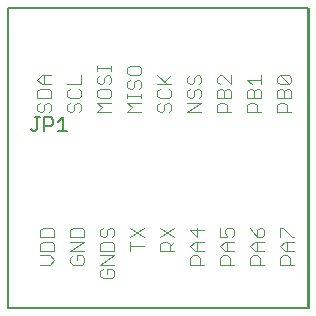
<source format=gto>
G75*
%MOIN*%
%OFA0B0*%
%FSLAX25Y25*%
%IPPOS*%
%LPD*%
%AMOC8*
5,1,8,0,0,1.08239X$1,22.5*
%
%ADD10C,0.00000*%
%ADD11C,0.00400*%
%ADD12C,0.00500*%
D10*
X0005829Y0005829D02*
X0005829Y0105790D01*
X0106030Y0105790D01*
X0106030Y0005829D01*
X0005829Y0005829D01*
D11*
X0016525Y0020217D02*
X0019595Y0020217D01*
X0021129Y0021752D01*
X0019595Y0023287D01*
X0016525Y0023287D01*
X0016525Y0024821D02*
X0016525Y0027123D01*
X0017293Y0027891D01*
X0020362Y0027891D01*
X0021129Y0027123D01*
X0021129Y0024821D01*
X0016525Y0024821D01*
X0016525Y0029425D02*
X0016525Y0031727D01*
X0017293Y0032494D01*
X0020362Y0032494D01*
X0021129Y0031727D01*
X0021129Y0029425D01*
X0016525Y0029425D01*
X0026525Y0029425D02*
X0026525Y0031727D01*
X0027293Y0032494D01*
X0030362Y0032494D01*
X0031129Y0031727D01*
X0031129Y0029425D01*
X0026525Y0029425D01*
X0026525Y0027891D02*
X0031129Y0027891D01*
X0026525Y0024821D01*
X0031129Y0024821D01*
X0030362Y0023287D02*
X0028827Y0023287D01*
X0028827Y0021752D01*
X0027293Y0023287D02*
X0026525Y0022519D01*
X0026525Y0020985D01*
X0027293Y0020217D01*
X0030362Y0020217D01*
X0031129Y0020985D01*
X0031129Y0022519D01*
X0030362Y0023287D01*
X0036525Y0023287D02*
X0041129Y0023287D01*
X0036525Y0020217D01*
X0041129Y0020217D01*
X0040362Y0018683D02*
X0038827Y0018683D01*
X0038827Y0017148D01*
X0040362Y0018683D02*
X0041129Y0017915D01*
X0041129Y0016381D01*
X0040362Y0015613D01*
X0037293Y0015613D01*
X0036525Y0016381D01*
X0036525Y0017915D01*
X0037293Y0018683D01*
X0036525Y0024821D02*
X0036525Y0027123D01*
X0037293Y0027891D01*
X0040362Y0027891D01*
X0041129Y0027123D01*
X0041129Y0024821D01*
X0036525Y0024821D01*
X0037293Y0029425D02*
X0038060Y0029425D01*
X0038827Y0030192D01*
X0038827Y0031727D01*
X0039595Y0032494D01*
X0040362Y0032494D01*
X0041129Y0031727D01*
X0041129Y0030192D01*
X0040362Y0029425D01*
X0037293Y0029425D02*
X0036525Y0030192D01*
X0036525Y0031727D01*
X0037293Y0032494D01*
X0046525Y0032494D02*
X0051129Y0029425D01*
X0051129Y0026356D02*
X0046525Y0026356D01*
X0046525Y0024821D02*
X0046525Y0027891D01*
X0046525Y0029425D02*
X0051129Y0032494D01*
X0056525Y0032494D02*
X0061129Y0029425D01*
X0061129Y0027891D02*
X0059595Y0026356D01*
X0059595Y0027123D02*
X0058827Y0027891D01*
X0057293Y0027891D01*
X0056525Y0027123D01*
X0056525Y0024821D01*
X0061129Y0024821D01*
X0059595Y0024821D02*
X0059595Y0027123D01*
X0056525Y0029425D02*
X0061129Y0032494D01*
X0066525Y0031727D02*
X0068827Y0029425D01*
X0068827Y0032494D01*
X0071129Y0031727D02*
X0066525Y0031727D01*
X0068060Y0027891D02*
X0071129Y0027891D01*
X0068827Y0027891D02*
X0068827Y0024821D01*
X0068060Y0024821D02*
X0066525Y0026356D01*
X0068060Y0027891D01*
X0068060Y0024821D02*
X0071129Y0024821D01*
X0069595Y0022519D02*
X0069595Y0020217D01*
X0071129Y0020217D02*
X0066525Y0020217D01*
X0066525Y0022519D01*
X0067293Y0023287D01*
X0068827Y0023287D01*
X0069595Y0022519D01*
X0076525Y0022519D02*
X0076525Y0020217D01*
X0081129Y0020217D01*
X0079595Y0020217D02*
X0079595Y0022519D01*
X0078827Y0023287D01*
X0077293Y0023287D01*
X0076525Y0022519D01*
X0078060Y0024821D02*
X0076525Y0026356D01*
X0078060Y0027891D01*
X0081129Y0027891D01*
X0080362Y0029425D02*
X0081129Y0030192D01*
X0081129Y0031727D01*
X0080362Y0032494D01*
X0078827Y0032494D01*
X0078060Y0031727D01*
X0078060Y0030960D01*
X0078827Y0029425D01*
X0076525Y0029425D01*
X0076525Y0032494D01*
X0078827Y0027891D02*
X0078827Y0024821D01*
X0078060Y0024821D02*
X0081129Y0024821D01*
X0086525Y0026356D02*
X0088060Y0027891D01*
X0091129Y0027891D01*
X0090362Y0029425D02*
X0091129Y0030192D01*
X0091129Y0031727D01*
X0090362Y0032494D01*
X0089595Y0032494D01*
X0088827Y0031727D01*
X0088827Y0029425D01*
X0090362Y0029425D01*
X0088827Y0029425D02*
X0087293Y0030960D01*
X0086525Y0032494D01*
X0088827Y0027891D02*
X0088827Y0024821D01*
X0088060Y0024821D02*
X0086525Y0026356D01*
X0088060Y0024821D02*
X0091129Y0024821D01*
X0089595Y0022519D02*
X0089595Y0020217D01*
X0091129Y0020217D02*
X0086525Y0020217D01*
X0086525Y0022519D01*
X0087293Y0023287D01*
X0088827Y0023287D01*
X0089595Y0022519D01*
X0096525Y0022519D02*
X0096525Y0020217D01*
X0101129Y0020217D01*
X0099595Y0020217D02*
X0099595Y0022519D01*
X0098827Y0023287D01*
X0097293Y0023287D01*
X0096525Y0022519D01*
X0098060Y0024821D02*
X0096525Y0026356D01*
X0098060Y0027891D01*
X0101129Y0027891D01*
X0101129Y0029425D02*
X0100362Y0029425D01*
X0097293Y0032494D01*
X0096525Y0032494D01*
X0096525Y0029425D01*
X0098827Y0027891D02*
X0098827Y0024821D01*
X0098060Y0024821D02*
X0101129Y0024821D01*
X0100129Y0071029D02*
X0095525Y0071029D01*
X0095525Y0073331D01*
X0096293Y0074098D01*
X0097827Y0074098D01*
X0098595Y0073331D01*
X0098595Y0071029D01*
X0097827Y0075633D02*
X0097827Y0077935D01*
X0098595Y0078702D01*
X0099362Y0078702D01*
X0100129Y0077935D01*
X0100129Y0075633D01*
X0095525Y0075633D01*
X0095525Y0077935D01*
X0096293Y0078702D01*
X0097060Y0078702D01*
X0097827Y0077935D01*
X0096293Y0080237D02*
X0095525Y0081004D01*
X0095525Y0082539D01*
X0096293Y0083306D01*
X0099362Y0080237D01*
X0100129Y0081004D01*
X0100129Y0082539D01*
X0099362Y0083306D01*
X0096293Y0083306D01*
X0096293Y0080237D02*
X0099362Y0080237D01*
X0090129Y0080237D02*
X0090129Y0083306D01*
X0090129Y0081772D02*
X0085525Y0081772D01*
X0087060Y0080237D01*
X0087060Y0078702D02*
X0086293Y0078702D01*
X0085525Y0077935D01*
X0085525Y0075633D01*
X0090129Y0075633D01*
X0090129Y0077935D01*
X0089362Y0078702D01*
X0088595Y0078702D01*
X0087827Y0077935D01*
X0087827Y0075633D01*
X0087827Y0074098D02*
X0088595Y0073331D01*
X0088595Y0071029D01*
X0090129Y0071029D02*
X0085525Y0071029D01*
X0085525Y0073331D01*
X0086293Y0074098D01*
X0087827Y0074098D01*
X0087827Y0077935D02*
X0087060Y0078702D01*
X0080129Y0077935D02*
X0080129Y0075633D01*
X0075525Y0075633D01*
X0075525Y0077935D01*
X0076293Y0078702D01*
X0077060Y0078702D01*
X0077827Y0077935D01*
X0077827Y0075633D01*
X0077827Y0074098D02*
X0076293Y0074098D01*
X0075525Y0073331D01*
X0075525Y0071029D01*
X0080129Y0071029D01*
X0078595Y0071029D02*
X0078595Y0073331D01*
X0077827Y0074098D01*
X0077827Y0077935D02*
X0078595Y0078702D01*
X0079362Y0078702D01*
X0080129Y0077935D01*
X0080129Y0080237D02*
X0077060Y0083306D01*
X0076293Y0083306D01*
X0075525Y0082539D01*
X0075525Y0081004D01*
X0076293Y0080237D01*
X0080129Y0080237D02*
X0080129Y0083306D01*
X0070129Y0082539D02*
X0070129Y0081004D01*
X0069362Y0080237D01*
X0069362Y0078702D02*
X0070129Y0077935D01*
X0070129Y0076400D01*
X0069362Y0075633D01*
X0070129Y0074098D02*
X0065525Y0074098D01*
X0066293Y0075633D02*
X0067060Y0075633D01*
X0067827Y0076400D01*
X0067827Y0077935D01*
X0068595Y0078702D01*
X0069362Y0078702D01*
X0067060Y0080237D02*
X0067827Y0081004D01*
X0067827Y0082539D01*
X0068595Y0083306D01*
X0069362Y0083306D01*
X0070129Y0082539D01*
X0067060Y0080237D02*
X0066293Y0080237D01*
X0065525Y0081004D01*
X0065525Y0082539D01*
X0066293Y0083306D01*
X0066293Y0078702D02*
X0065525Y0077935D01*
X0065525Y0076400D01*
X0066293Y0075633D01*
X0070129Y0074098D02*
X0065525Y0071029D01*
X0070129Y0071029D01*
X0060129Y0071796D02*
X0059362Y0071029D01*
X0060129Y0071796D02*
X0060129Y0073331D01*
X0059362Y0074098D01*
X0058595Y0074098D01*
X0057827Y0073331D01*
X0057827Y0071796D01*
X0057060Y0071029D01*
X0056293Y0071029D01*
X0055525Y0071796D01*
X0055525Y0073331D01*
X0056293Y0074098D01*
X0056293Y0075633D02*
X0059362Y0075633D01*
X0060129Y0076400D01*
X0060129Y0077935D01*
X0059362Y0078702D01*
X0060129Y0080237D02*
X0055525Y0080237D01*
X0056293Y0078702D02*
X0055525Y0077935D01*
X0055525Y0076400D01*
X0056293Y0075633D01*
X0058595Y0080237D02*
X0055525Y0083306D01*
X0057827Y0081004D02*
X0060129Y0083306D01*
X0050129Y0084074D02*
X0049362Y0083306D01*
X0046293Y0083306D01*
X0045525Y0084074D01*
X0045525Y0085608D01*
X0046293Y0086376D01*
X0049362Y0086376D01*
X0050129Y0085608D01*
X0050129Y0084074D01*
X0049362Y0081772D02*
X0048595Y0081772D01*
X0047827Y0081004D01*
X0047827Y0079470D01*
X0047060Y0078702D01*
X0046293Y0078702D01*
X0045525Y0079470D01*
X0045525Y0081004D01*
X0046293Y0081772D01*
X0049362Y0081772D02*
X0050129Y0081004D01*
X0050129Y0079470D01*
X0049362Y0078702D01*
X0050129Y0077168D02*
X0050129Y0075633D01*
X0050129Y0076400D02*
X0045525Y0076400D01*
X0045525Y0075633D02*
X0045525Y0077168D01*
X0045525Y0074098D02*
X0050129Y0074098D01*
X0050129Y0071029D02*
X0045525Y0071029D01*
X0047060Y0072564D01*
X0045525Y0074098D01*
X0040129Y0074098D02*
X0035525Y0074098D01*
X0037060Y0072564D01*
X0035525Y0071029D01*
X0040129Y0071029D01*
X0039362Y0075633D02*
X0036293Y0075633D01*
X0035525Y0076400D01*
X0035525Y0077935D01*
X0036293Y0078702D01*
X0039362Y0078702D01*
X0040129Y0077935D01*
X0040129Y0076400D01*
X0039362Y0075633D01*
X0039362Y0080237D02*
X0040129Y0081004D01*
X0040129Y0082539D01*
X0039362Y0083306D01*
X0038595Y0083306D01*
X0037827Y0082539D01*
X0037827Y0081004D01*
X0037060Y0080237D01*
X0036293Y0080237D01*
X0035525Y0081004D01*
X0035525Y0082539D01*
X0036293Y0083306D01*
X0035525Y0084841D02*
X0035525Y0086376D01*
X0035525Y0085608D02*
X0040129Y0085608D01*
X0040129Y0084841D02*
X0040129Y0086376D01*
X0030129Y0083306D02*
X0030129Y0080237D01*
X0025525Y0080237D01*
X0026293Y0078702D02*
X0025525Y0077935D01*
X0025525Y0076400D01*
X0026293Y0075633D01*
X0029362Y0075633D01*
X0030129Y0076400D01*
X0030129Y0077935D01*
X0029362Y0078702D01*
X0029362Y0074098D02*
X0028595Y0074098D01*
X0027827Y0073331D01*
X0027827Y0071796D01*
X0027060Y0071029D01*
X0026293Y0071029D01*
X0025525Y0071796D01*
X0025525Y0073331D01*
X0026293Y0074098D01*
X0029362Y0074098D02*
X0030129Y0073331D01*
X0030129Y0071796D01*
X0029362Y0071029D01*
X0020129Y0071796D02*
X0019362Y0071029D01*
X0020129Y0071796D02*
X0020129Y0073331D01*
X0019362Y0074098D01*
X0018595Y0074098D01*
X0017827Y0073331D01*
X0017827Y0071796D01*
X0017060Y0071029D01*
X0016293Y0071029D01*
X0015525Y0071796D01*
X0015525Y0073331D01*
X0016293Y0074098D01*
X0015525Y0075633D02*
X0015525Y0077935D01*
X0016293Y0078702D01*
X0019362Y0078702D01*
X0020129Y0077935D01*
X0020129Y0075633D01*
X0015525Y0075633D01*
X0017060Y0080237D02*
X0015525Y0081772D01*
X0017060Y0083306D01*
X0020129Y0083306D01*
X0017827Y0083306D02*
X0017827Y0080237D01*
X0017060Y0080237D02*
X0020129Y0080237D01*
D12*
X0005829Y0005829D02*
X0105829Y0005829D01*
X0105829Y0105829D01*
X0005829Y0105829D01*
X0005829Y0005829D01*
X0014030Y0064779D02*
X0013279Y0065530D01*
X0014030Y0064779D02*
X0014780Y0064779D01*
X0015531Y0065530D01*
X0015531Y0069283D01*
X0014780Y0069283D02*
X0016282Y0069283D01*
X0017883Y0069283D02*
X0020135Y0069283D01*
X0020886Y0068532D01*
X0020886Y0067031D01*
X0020135Y0066280D01*
X0017883Y0066280D01*
X0017883Y0064779D02*
X0017883Y0069283D01*
X0022487Y0067782D02*
X0023988Y0069283D01*
X0023988Y0064779D01*
X0022487Y0064779D02*
X0025490Y0064779D01*
M02*

</source>
